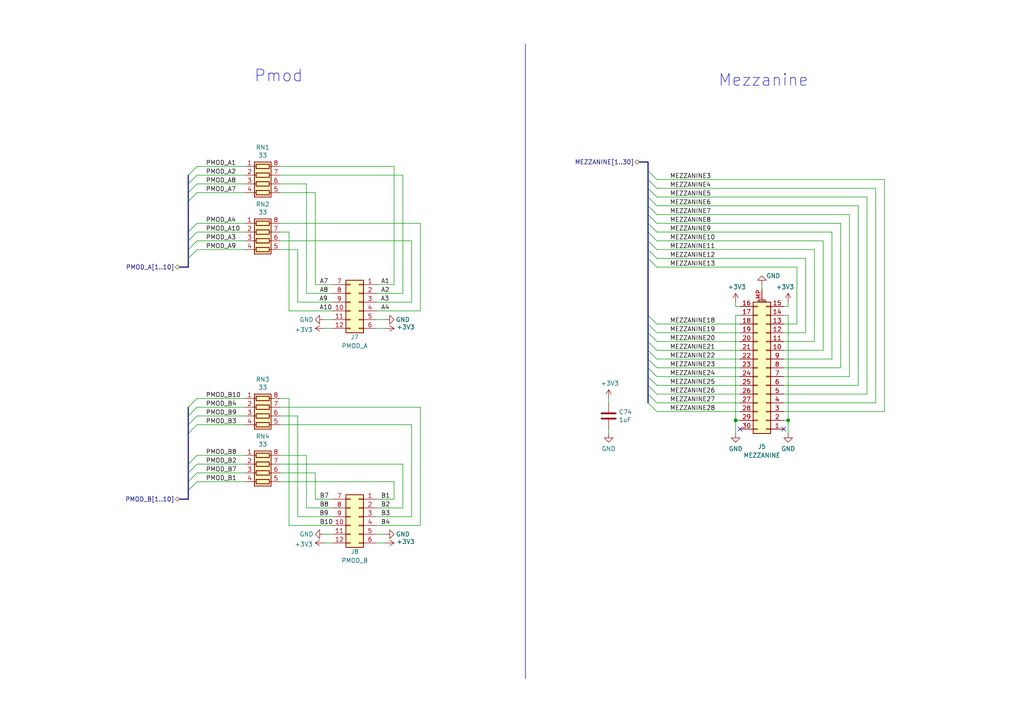
<source format=kicad_sch>
(kicad_sch (version 20230121) (generator eeschema)
  (paper "A4")
  (title_block (title "Cynthion") (date "${DATE}") (rev "${VERSION}") (company "Copyright 2019-2023 Great Scott Gadgets") (comment 1 "Licensed under the CERN-OHL-P v2"))
  (lib_symbols
    (symbol "Connector_Generic:Conn_02x06_Top_Bottom" (pin_names (offset 1.016) hide)
      (property "Reference" "J" (at 1.27 7.62 0))
      (property "Value" "Conn_02x06_Top_Bottom" (at 1.27 -10.16 0))
      (symbol "Conn_02x06_Top_Bottom_1_1"
        (rectangle (start -1.27 -7.493) (end 0 -7.747) (stroke (width 0.1524)))
        (rectangle (start -1.27 -4.953) (end 0 -5.207) (stroke (width 0.1524)))
        (rectangle (start -1.27 -2.413) (end 0 -2.667) (stroke (width 0.1524)))
        (rectangle (start -1.27 0.127) (end 0 -0.127) (stroke (width 0.1524)))
        (rectangle (start -1.27 2.667) (end 0 2.413) (stroke (width 0.1524)))
        (rectangle (start -1.27 5.207) (end 0 4.953) (stroke (width 0.1524)))
        (rectangle (start -1.27 6.35) (end 3.81 -8.89) (stroke (width 0.254)) (fill (type background)))
        (rectangle (start 3.81 -7.493) (end 2.54 -7.747) (stroke (width 0.1524)))
        (rectangle (start 3.81 -4.953) (end 2.54 -5.207) (stroke (width 0.1524)))
        (rectangle (start 3.81 -2.413) (end 2.54 -2.667) (stroke (width 0.1524)))
        (rectangle (start 3.81 0.127) (end 2.54 -0.127) (stroke (width 0.1524)))
        (rectangle (start 3.81 2.667) (end 2.54 2.413) (stroke (width 0.1524)))
        (rectangle (start 3.81 5.207) (end 2.54 4.953) (stroke (width 0.1524)))
        (pin passive line (at -5.08 5.08 0) (length 3.81) (name "Pin_1") (number "1"))
        (pin passive line (at 7.62 -2.54 180) (length 3.81) (name "Pin_10") (number "10"))
        (pin passive line (at 7.62 -5.08 180) (length 3.81) (name "Pin_11") (number "11"))
        (pin passive line (at 7.62 -7.62 180) (length 3.81) (name "Pin_12") (number "12"))
        (pin passive line (at -5.08 2.54 0) (length 3.81) (name "Pin_2") (number "2"))
        (pin passive line (at -5.08 0 0) (length 3.81) (name "Pin_3") (number "3"))
        (pin passive line (at -5.08 -2.54 0) (length 3.81) (name "Pin_4") (number "4"))
        (pin passive line (at -5.08 -5.08 0) (length 3.81) (name "Pin_5") (number "5"))
        (pin passive line (at -5.08 -7.62 0) (length 3.81) (name "Pin_6") (number "6"))
        (pin passive line (at 7.62 5.08 180) (length 3.81) (name "Pin_7") (number "7"))
        (pin passive line (at 7.62 2.54 180) (length 3.81) (name "Pin_8") (number "8"))
        (pin passive line (at 7.62 0 180) (length 3.81) (name "Pin_9") (number "9"))
      )
    )
    (symbol "Connector_Generic_MountingPin:Conn_02x15_Counter_Clockwise_MountingPin" (pin_names (offset 1.016) hide)
      (property "Reference" "J" (at 1.27 20.32 0))
      (property "Value" "Conn_02x15_Counter_Clockwise_MountingPin" (at 2.54 -20.32 0))
      (symbol "Conn_02x15_Counter_Clockwise_MountingPin_1_1"
        (rectangle (start -1.27 -17.653) (end 0 -17.907) (stroke (width 0.1524)))
        (rectangle (start -1.27 -15.113) (end 0 -15.367) (stroke (width 0.1524)))
        (rectangle (start -1.27 -12.573) (end 0 -12.827) (stroke (width 0.1524)))
        (rectangle (start -1.27 -10.033) (end 0 -10.287) (stroke (width 0.1524)))
        (rectangle (start -1.27 -7.493) (end 0 -7.747) (stroke (width 0.1524)))
        (rectangle (start -1.27 -4.953) (end 0 -5.207) (stroke (width 0.1524)))
        (rectangle (start -1.27 -2.413) (end 0 -2.667) (stroke (width 0.1524)))
        (rectangle (start -1.27 0.127) (end 0 -0.127) (stroke (width 0.1524)))
        (rectangle (start -1.27 2.667) (end 0 2.413) (stroke (width 0.1524)))
        (rectangle (start -1.27 5.207) (end 0 4.953) (stroke (width 0.1524)))
        (rectangle (start -1.27 7.747) (end 0 7.493) (stroke (width 0.1524)))
        (rectangle (start -1.27 10.287) (end 0 10.033) (stroke (width 0.1524)))
        (rectangle (start -1.27 12.827) (end 0 12.573) (stroke (width 0.1524)))
        (rectangle (start -1.27 15.367) (end 0 15.113) (stroke (width 0.1524)))
        (rectangle (start -1.27 17.907) (end 0 17.653) (stroke (width 0.1524)))
        (rectangle (start -1.27 19.05) (end 3.81 -19.05) (stroke (width 0.254)) (fill (type background)))
        (polyline (pts (xy 0.254 -19.812) (xy 2.286 -19.812)) (stroke (width 0.1524)))
        (rectangle (start 3.81 -17.653) (end 2.54 -17.907) (stroke (width 0.1524)))
        (rectangle (start 3.81 -15.113) (end 2.54 -15.367) (stroke (width 0.1524)))
        (rectangle (start 3.81 -12.573) (end 2.54 -12.827) (stroke (width 0.1524)))
        (rectangle (start 3.81 -10.033) (end 2.54 -10.287) (stroke (width 0.1524)))
        (rectangle (start 3.81 -7.493) (end 2.54 -7.747) (stroke (width 0.1524)))
        (rectangle (start 3.81 -4.953) (end 2.54 -5.207) (stroke (width 0.1524)))
        (rectangle (start 3.81 -2.413) (end 2.54 -2.667) (stroke (width 0.1524)))
        (rectangle (start 3.81 0.127) (end 2.54 -0.127) (stroke (width 0.1524)))
        (rectangle (start 3.81 2.667) (end 2.54 2.413) (stroke (width 0.1524)))
        (rectangle (start 3.81 5.207) (end 2.54 4.953) (stroke (width 0.1524)))
        (rectangle (start 3.81 7.747) (end 2.54 7.493) (stroke (width 0.1524)))
        (rectangle (start 3.81 10.287) (end 2.54 10.033) (stroke (width 0.1524)))
        (rectangle (start 3.81 12.827) (end 2.54 12.573) (stroke (width 0.1524)))
        (rectangle (start 3.81 15.367) (end 2.54 15.113) (stroke (width 0.1524)))
        (rectangle (start 3.81 17.907) (end 2.54 17.653) (stroke (width 0.1524)))
        (text "Mounting" (at 1.27 -19.431 0) (effects (font (size 0.381 0.381))))
        (pin passive line (at -5.08 17.78 0) (length 3.81) (name "Pin_1") (number "1"))
        (pin passive line (at -5.08 -5.08 0) (length 3.81) (name "Pin_10") (number "10"))
        (pin passive line (at -5.08 -7.62 0) (length 3.81) (name "Pin_11") (number "11"))
        (pin passive line (at -5.08 -10.16 0) (length 3.81) (name "Pin_12") (number "12"))
        (pin passive line (at -5.08 -12.7 0) (length 3.81) (name "Pin_13") (number "13"))
        (pin passive line (at -5.08 -15.24 0) (length 3.81) (name "Pin_14") (number "14"))
        (pin passive line (at -5.08 -17.78 0) (length 3.81) (name "Pin_15") (number "15"))
        (pin passive line (at 7.62 -17.78 180) (length 3.81) (name "Pin_16") (number "16"))
        (pin passive line (at 7.62 -15.24 180) (length 3.81) (name "Pin_17") (number "17"))
        (pin passive line (at 7.62 -12.7 180) (length 3.81) (name "Pin_18") (number "18"))
        (pin passive line (at 7.62 -10.16 180) (length 3.81) (name "Pin_19") (number "19"))
        (pin passive line (at -5.08 15.24 0) (length 3.81) (name "Pin_2") (number "2"))
        (pin passive line (at 7.62 -7.62 180) (length 3.81) (name "Pin_20") (number "20"))
        (pin passive line (at 7.62 -5.08 180) (length 3.81) (name "Pin_21") (number "21"))
        (pin passive line (at 7.62 -2.54 180) (length 3.81) (name "Pin_22") (number "22"))
        (pin passive line (at 7.62 0 180) (length 3.81) (name "Pin_23") (number "23"))
        (pin passive line (at 7.62 2.54 180) (length 3.81) (name "Pin_24") (number "24"))
        (pin passive line (at 7.62 5.08 180) (length 3.81) (name "Pin_25") (number "25"))
        (pin passive line (at 7.62 7.62 180) (length 3.81) (name "Pin_26") (number "26"))
        (pin passive line (at 7.62 10.16 180) (length 3.81) (name "Pin_27") (number "27"))
        (pin passive line (at 7.62 12.7 180) (length 3.81) (name "Pin_28") (number "28"))
        (pin passive line (at 7.62 15.24 180) (length 3.81) (name "Pin_29") (number "29"))
        (pin passive line (at -5.08 12.7 0) (length 3.81) (name "Pin_3") (number "3"))
        (pin passive line (at 7.62 17.78 180) (length 3.81) (name "Pin_30") (number "30"))
        (pin passive line (at -5.08 10.16 0) (length 3.81) (name "Pin_4") (number "4"))
        (pin passive line (at -5.08 7.62 0) (length 3.81) (name "Pin_5") (number "5"))
        (pin passive line (at -5.08 5.08 0) (length 3.81) (name "Pin_6") (number "6"))
        (pin passive line (at -5.08 2.54 0) (length 3.81) (name "Pin_7") (number "7"))
        (pin passive line (at -5.08 0 0) (length 3.81) (name "Pin_8") (number "8"))
        (pin passive line (at -5.08 -2.54 0) (length 3.81) (name "Pin_9") (number "9"))
        (pin passive line (at 1.27 -22.86 90) (length 3.048) (name "MountPin") (number "MP"))
      )
    )
    (symbol "Device:C" (pin_numbers hide) (pin_names (offset 0.254))
      (property "Reference" "C" (at 0.635 2.54 0))
      (property "Value" "C" (at 0.635 -2.54 0))
      (symbol "C_0_1"
        (polyline (pts (xy -2.032 -0.762) (xy 2.032 -0.762)) (stroke (width 0.508)))
        (polyline (pts (xy -2.032 0.762) (xy 2.032 0.762)) (stroke (width 0.508)))
      )
      (symbol "C_1_1"
        (pin passive line (at 0 3.81 270) (length 2.794) (name "~") (number "1"))
        (pin passive line (at 0 -3.81 90) (length 2.794) (name "~") (number "2"))
      )
    )
    (symbol "Device:R_Pack04" (pin_names (offset 0) hide)
      (property "Reference" "RN" (at -7.62 0 90))
      (property "Value" "R_Pack04" (at 5.08 0 90))
      (symbol "R_Pack04_0_1"
        (rectangle (start -6.35 -2.413) (end 3.81 2.413) (stroke (width 0.254)) (fill (type background)))
        (rectangle (start -5.715 1.905) (end -4.445 -1.905) (stroke (width 0.254)))
        (rectangle (start -3.175 1.905) (end -1.905 -1.905) (stroke (width 0.254)))
        (rectangle (start -0.635 1.905) (end 0.635 -1.905) (stroke (width 0.254)))
        (polyline (pts (xy -5.08 -2.54) (xy -5.08 -1.905)))
        (polyline (pts (xy -5.08 1.905) (xy -5.08 2.54)))
        (polyline (pts (xy -2.54 -2.54) (xy -2.54 -1.905)))
        (polyline (pts (xy -2.54 1.905) (xy -2.54 2.54)))
        (polyline (pts (xy 0 -2.54) (xy 0 -1.905)))
        (polyline (pts (xy 0 1.905) (xy 0 2.54)))
        (polyline (pts (xy 2.54 -2.54) (xy 2.54 -1.905)))
        (polyline (pts (xy 2.54 1.905) (xy 2.54 2.54)))
        (rectangle (start 1.905 1.905) (end 3.175 -1.905) (stroke (width 0.254)))
      )
      (symbol "R_Pack04_1_1"
        (pin passive line (at -5.08 -5.08 90) (length 2.54) (name "R1.1") (number "1"))
        (pin passive line (at -2.54 -5.08 90) (length 2.54) (name "R2.1") (number "2"))
        (pin passive line (at 0 -5.08 90) (length 2.54) (name "R3.1") (number "3"))
        (pin passive line (at 2.54 -5.08 90) (length 2.54) (name "R4.1") (number "4"))
        (pin passive line (at 2.54 5.08 270) (length 2.54) (name "R4.2") (number "5"))
        (pin passive line (at 0 5.08 270) (length 2.54) (name "R3.2") (number "6"))
        (pin passive line (at -2.54 5.08 270) (length 2.54) (name "R2.2") (number "7"))
        (pin passive line (at -5.08 5.08 270) (length 2.54) (name "R1.2") (number "8"))
      )
    )
    (symbol "power:+3V3" (power) (pin_names (offset 0))
      (property "Value" "+3V3" (at 0 3.556 0))
      (symbol "+3V3_0_1"
        (polyline (pts (xy -0.762 1.27) (xy 0 2.54)))
        (polyline (pts (xy 0 0) (xy 0 2.54)))
        (polyline (pts (xy 0 2.54) (xy 0.762 1.27)))
      )
      (symbol "+3V3_1_1"
        (pin power_in line (at 0 0 90) (length 0) hide (name "+3V3") (number "1"))
      )
    )
    (symbol "power:GND" (power) (pin_names (offset 0))
      (property "Value" "GND" (at 0 -3.81 0))
      (symbol "GND_0_1"
        (polyline (pts (xy 0 0) (xy 0 -1.27) (xy 1.27 -1.27) (xy 0 -2.54) (xy -1.27 -1.27) (xy 0 -1.27)))
      )
      (symbol "GND_1_1"
        (pin power_in line (at 0 0 270) (length 0) hide (name "GND") (number "1"))
      )
    )
  )
  (junction (at 228.6 121.92))
  (junction (at 213.36 121.92))
  (no_connect (at 227.33 124.46))
  (no_connect (at 214.63 124.46))
  (bus_entry (at 187.96 72.39) (size 2.54 2.54))
  (bus_entry (at 187.96 57.15) (size 2.54 2.54))
  (bus_entry (at 54.61 67.31) (size 2.54 -2.54))
  (bus_entry (at 187.96 67.31) (size 2.54 2.54))
  (bus_entry (at 190.5 116.84) (size -2.54 -2.54))
  (bus_entry (at 54.61 50.8) (size 2.54 -2.54))
  (bus_entry (at 187.96 54.61) (size 2.54 2.54))
  (bus_entry (at 54.61 118.11) (size 2.54 -2.54))
  (bus_entry (at 190.5 114.3) (size -2.54 -2.54))
  (bus_entry (at 190.5 93.98) (size -2.54 -2.54))
  (bus_entry (at 187.96 52.07) (size 2.54 2.54))
  (bus_entry (at 187.96 62.23) (size 2.54 2.54))
  (bus_entry (at 54.61 53.34) (size 2.54 -2.54))
  (bus_entry (at 54.61 74.93) (size 2.54 -2.54))
  (bus_entry (at 54.61 137.16) (size 2.54 -2.54))
  (bus_entry (at 54.61 123.19) (size 2.54 -2.54))
  (bus_entry (at 54.61 69.85) (size 2.54 -2.54))
  (bus_entry (at 190.5 96.52) (size -2.54 -2.54))
  (bus_entry (at 54.61 125.73) (size 2.54 -2.54))
  (bus_entry (at 54.61 139.7) (size 2.54 -2.54))
  (bus_entry (at 190.5 99.06) (size -2.54 -2.54))
  (bus_entry (at 190.5 119.38) (size -2.54 -2.54))
  (bus_entry (at 54.61 55.88) (size 2.54 -2.54))
  (bus_entry (at 187.96 64.77) (size 2.54 2.54))
  (bus_entry (at 54.61 72.39) (size 2.54 -2.54))
  (bus_entry (at 190.5 111.76) (size -2.54 -2.54))
  (bus_entry (at 187.96 49.53) (size 2.54 2.54))
  (bus_entry (at 190.5 104.14) (size -2.54 -2.54))
  (bus_entry (at 187.96 69.85) (size 2.54 2.54))
  (bus_entry (at 54.61 142.24) (size 2.54 -2.54))
  (bus_entry (at 187.96 74.93) (size 2.54 2.54))
  (bus_entry (at 54.61 120.65) (size 2.54 -2.54))
  (bus_entry (at 190.5 109.22) (size -2.54 -2.54))
  (bus_entry (at 54.61 134.62) (size 2.54 -2.54))
  (bus_entry (at 190.5 101.6) (size -2.54 -2.54))
  (bus_entry (at 190.5 106.68) (size -2.54 -2.54))
  (bus_entry (at 187.96 59.69) (size 2.54 2.54))
  (bus_entry (at 54.61 58.42) (size 2.54 -2.54))
  (wire (pts (xy 109.22 157.48) (xy 111.76 157.48)))
  (bus (pts (xy 187.96 74.93) (xy 187.96 91.44)))
  (wire (pts (xy 83.82 115.57) (xy 83.82 152.4)))
  (wire (pts (xy 256.54 52.07) (xy 256.54 119.38)))
  (wire (pts (xy 81.28 55.88) (xy 91.44 55.88)))
  (bus (pts (xy 54.61 123.19) (xy 54.61 125.73)))
  (wire (pts (xy 121.92 152.4) (xy 109.22 152.4)))
  (wire (pts (xy 220.98 83.82) (xy 220.98 82.55)))
  (wire (pts (xy 228.6 88.9) (xy 228.6 87.63)))
  (wire (pts (xy 96.52 85.09) (xy 88.9 85.09)))
  (bus (pts (xy 54.61 74.93) (xy 54.61 72.39)))
  (wire (pts (xy 109.22 149.86) (xy 119.38 149.86)))
  (wire (pts (xy 233.68 74.93) (xy 233.68 96.52)))
  (wire (pts (xy 88.9 132.08) (xy 81.28 132.08)))
  (wire (pts (xy 57.15 115.57) (xy 71.12 115.57)))
  (wire (pts (xy 96.52 95.25) (xy 93.98 95.25)))
  (wire (pts (xy 96.52 144.78) (xy 91.44 144.78)))
  (wire (pts (xy 190.5 104.14) (xy 214.63 104.14)))
  (bus (pts (xy 187.96 52.07) (xy 187.96 54.61)))
  (wire (pts (xy 71.12 137.16) (xy 57.15 137.16)))
  (bus (pts (xy 187.96 109.22) (xy 187.96 111.76)))
  (wire (pts (xy 57.15 69.85) (xy 71.12 69.85)))
  (wire (pts (xy 248.92 59.69) (xy 248.92 111.76)))
  (wire (pts (xy 119.38 69.85) (xy 119.38 87.63)))
  (bus (pts (xy 54.61 58.42) (xy 54.61 55.88)))
  (wire (pts (xy 238.76 69.85) (xy 238.76 101.6)))
  (wire (pts (xy 119.38 87.63) (xy 109.22 87.63)))
  (wire (pts (xy 213.36 91.44) (xy 213.36 121.92)))
  (wire (pts (xy 190.5 109.22) (xy 214.63 109.22)))
  (bus (pts (xy 187.96 106.68) (xy 187.96 109.22)))
  (wire (pts (xy 248.92 111.76) (xy 227.33 111.76)))
  (wire (pts (xy 57.15 48.26) (xy 71.12 48.26)))
  (wire (pts (xy 119.38 123.19) (xy 119.38 149.86)))
  (wire (pts (xy 190.5 77.47) (xy 231.14 77.47)))
  (bus (pts (xy 187.96 67.31) (xy 187.96 69.85)))
  (wire (pts (xy 241.3 67.31) (xy 241.3 104.14)))
  (bus (pts (xy 54.61 125.73) (xy 54.61 134.62)))
  (wire (pts (xy 71.12 118.11) (xy 57.15 118.11)))
  (wire (pts (xy 109.22 92.71) (xy 111.76 92.71)))
  (wire (pts (xy 83.82 67.31) (xy 83.82 90.17)))
  (wire (pts (xy 111.76 95.25) (xy 109.22 95.25)))
  (wire (pts (xy 251.46 114.3) (xy 227.33 114.3)))
  (wire (pts (xy 57.15 139.7) (xy 71.12 139.7)))
  (wire (pts (xy 121.92 90.17) (xy 121.92 64.77)))
  (wire (pts (xy 91.44 144.78) (xy 91.44 137.16)))
  (wire (pts (xy 121.92 118.11) (xy 121.92 152.4)))
  (wire (pts (xy 109.22 90.17) (xy 121.92 90.17)))
  (wire (pts (xy 91.44 55.88) (xy 91.44 82.55)))
  (wire (pts (xy 214.63 121.92) (xy 213.36 121.92)))
  (bus (pts (xy 54.61 120.65) (xy 54.61 123.19)))
  (wire (pts (xy 190.5 74.93) (xy 233.68 74.93)))
  (bus (pts (xy 187.96 104.14) (xy 187.96 106.68)))
  (wire (pts (xy 71.12 123.19) (xy 57.15 123.19)))
  (wire (pts (xy 81.28 50.8) (xy 116.84 50.8)))
  (wire (pts (xy 243.84 64.77) (xy 243.84 106.68)))
  (wire (pts (xy 71.12 132.08) (xy 57.15 132.08)))
  (wire (pts (xy 213.36 88.9) (xy 213.36 87.63)))
  (wire (pts (xy 83.82 67.31) (xy 81.28 67.31)))
  (wire (pts (xy 241.3 104.14) (xy 227.33 104.14)))
  (wire (pts (xy 114.3 48.26) (xy 81.28 48.26)))
  (wire (pts (xy 81.28 134.62) (xy 116.84 134.62)))
  (wire (pts (xy 57.15 120.65) (xy 71.12 120.65)))
  (wire (pts (xy 57.15 50.8) (xy 71.12 50.8)))
  (wire (pts (xy 231.14 77.47) (xy 231.14 93.98)))
  (wire (pts (xy 190.5 62.23) (xy 246.38 62.23)))
  (bus (pts (xy 187.96 54.61) (xy 187.96 57.15)))
  (wire (pts (xy 227.33 109.22) (xy 246.38 109.22)))
  (wire (pts (xy 231.14 93.98) (xy 227.33 93.98)))
  (wire (pts (xy 214.63 88.9) (xy 213.36 88.9)))
  (wire (pts (xy 190.5 52.07) (xy 256.54 52.07)))
  (wire (pts (xy 176.53 115.57) (xy 176.53 116.84)))
  (wire (pts (xy 228.6 121.92) (xy 228.6 125.73)))
  (wire (pts (xy 190.5 111.76) (xy 214.63 111.76)))
  (wire (pts (xy 190.5 116.84) (xy 214.63 116.84)))
  (wire (pts (xy 243.84 106.68) (xy 227.33 106.68)))
  (wire (pts (xy 81.28 123.19) (xy 119.38 123.19)))
  (wire (pts (xy 109.22 82.55) (xy 114.3 82.55)))
  (wire (pts (xy 88.9 85.09) (xy 88.9 53.34)))
  (wire (pts (xy 214.63 91.44) (xy 213.36 91.44)))
  (bus (pts (xy 187.96 69.85) (xy 187.96 72.39)))
  (wire (pts (xy 236.22 72.39) (xy 236.22 99.06)))
  (bus (pts (xy 187.96 49.53) (xy 187.96 52.07)))
  (wire (pts (xy 93.98 154.94) (xy 96.52 154.94)))
  (wire (pts (xy 228.6 91.44) (xy 228.6 121.92)))
  (bus (pts (xy 54.61 67.31) (xy 54.61 58.42)))
  (wire (pts (xy 81.28 115.57) (xy 83.82 115.57)))
  (wire (pts (xy 57.15 67.31) (xy 71.12 67.31)))
  (wire (pts (xy 93.98 157.48) (xy 96.52 157.48)))
  (wire (pts (xy 81.28 69.85) (xy 119.38 69.85)))
  (wire (pts (xy 213.36 121.92) (xy 213.36 125.73)))
  (wire (pts (xy 96.52 149.86) (xy 86.36 149.86)))
  (wire (pts (xy 86.36 149.86) (xy 86.36 120.65)))
  (wire (pts (xy 190.5 57.15) (xy 251.46 57.15)))
  (wire (pts (xy 91.44 137.16) (xy 81.28 137.16)))
  (wire (pts (xy 86.36 87.63) (xy 96.52 87.63)))
  (wire (pts (xy 57.15 53.34) (xy 71.12 53.34)))
  (wire (pts (xy 190.5 106.68) (xy 214.63 106.68)))
  (wire (pts (xy 190.5 59.69) (xy 248.92 59.69)))
  (wire (pts (xy 190.5 119.38) (xy 214.63 119.38)))
  (wire (pts (xy 81.28 139.7) (xy 114.3 139.7)))
  (bus (pts (xy 52.07 77.47) (xy 54.61 77.47)))
  (wire (pts (xy 236.22 99.06) (xy 227.33 99.06)))
  (bus (pts (xy 187.96 111.76) (xy 187.96 114.3)))
  (bus (pts (xy 187.96 64.77) (xy 187.96 67.31)))
  (wire (pts (xy 121.92 118.11) (xy 81.28 118.11)))
  (bus (pts (xy 187.96 101.6) (xy 187.96 104.14)))
  (wire (pts (xy 109.22 147.32) (xy 116.84 147.32)))
  (bus (pts (xy 187.96 57.15) (xy 187.96 59.69)))
  (wire (pts (xy 116.84 134.62) (xy 116.84 147.32)))
  (wire (pts (xy 214.63 96.52) (xy 190.5 96.52)))
  (bus (pts (xy 54.61 69.85) (xy 54.61 67.31)))
  (bus (pts (xy 54.61 55.88) (xy 54.61 53.34)))
  (wire (pts (xy 246.38 109.22) (xy 246.38 62.23)))
  (wire (pts (xy 93.98 92.71) (xy 96.52 92.71)))
  (wire (pts (xy 238.76 101.6) (xy 227.33 101.6)))
  (bus (pts (xy 54.61 118.11) (xy 54.61 120.65)))
  (wire (pts (xy 227.33 121.92) (xy 228.6 121.92)))
  (wire (pts (xy 57.15 134.62) (xy 71.12 134.62)))
  (wire (pts (xy 116.84 85.09) (xy 109.22 85.09)))
  (wire (pts (xy 190.5 114.3) (xy 214.63 114.3)))
  (bus (pts (xy 54.61 134.62) (xy 54.61 137.16)))
  (wire (pts (xy 88.9 53.34) (xy 81.28 53.34)))
  (wire (pts (xy 91.44 82.55) (xy 96.52 82.55)))
  (wire (pts (xy 83.82 152.4) (xy 96.52 152.4)))
  (bus (pts (xy 54.61 137.16) (xy 54.61 139.7)))
  (bus (pts (xy 54.61 77.47) (xy 54.61 74.93)))
  (bus (pts (xy 187.96 59.69) (xy 187.96 62.23)))
  (wire (pts (xy 109.22 144.78) (xy 114.3 144.78)))
  (wire (pts (xy 86.36 72.39) (xy 86.36 87.63)))
  (wire (pts (xy 190.5 64.77) (xy 243.84 64.77)))
  (wire (pts (xy 57.15 55.88) (xy 71.12 55.88)))
  (wire (pts (xy 116.84 50.8) (xy 116.84 85.09)))
  (bus (pts (xy 52.07 144.78) (xy 54.61 144.78)))
  (wire (pts (xy 214.63 99.06) (xy 190.5 99.06)))
  (bus (pts (xy 187.96 114.3) (xy 187.96 116.84)))
  (wire (pts (xy 227.33 88.9) (xy 228.6 88.9)))
  (bus (pts (xy 187.96 72.39) (xy 187.96 74.93)))
  (bus (pts (xy 187.96 99.06) (xy 187.96 101.6)))
  (wire (pts (xy 190.5 101.6) (xy 214.63 101.6)))
  (wire (pts (xy 57.15 64.77) (xy 71.12 64.77)))
  (bus (pts (xy 54.61 139.7) (xy 54.61 142.24)))
  (wire (pts (xy 256.54 119.38) (xy 227.33 119.38)))
  (wire (pts (xy 254 54.61) (xy 254 116.84)))
  (bus (pts (xy 187.96 96.52) (xy 187.96 99.06)))
  (wire (pts (xy 176.53 124.46) (xy 176.53 125.73)))
  (wire (pts (xy 86.36 72.39) (xy 81.28 72.39)))
  (wire (pts (xy 233.68 96.52) (xy 227.33 96.52)))
  (bus (pts (xy 185.42 46.99) (xy 187.96 46.99)))
  (bus (pts (xy 187.96 91.44) (xy 187.96 93.98)))
  (bus (pts (xy 54.61 53.34) (xy 54.61 50.8)))
  (wire (pts (xy 190.5 69.85) (xy 238.76 69.85)))
  (wire (pts (xy 254 116.84) (xy 227.33 116.84)))
  (bus (pts (xy 187.96 93.98) (xy 187.96 96.52)))
  (wire (pts (xy 86.36 120.65) (xy 81.28 120.65)))
  (bus (pts (xy 54.61 142.24) (xy 54.61 144.78)))
  (bus (pts (xy 187.96 46.99) (xy 187.96 49.53)))
  (wire (pts (xy 251.46 57.15) (xy 251.46 114.3)))
  (wire (pts (xy 114.3 139.7) (xy 114.3 144.78)))
  (wire (pts (xy 109.22 154.94) (xy 111.76 154.94)))
  (polyline (pts (xy 152.4 12.7) (xy 152.4 196.85)))
  (wire (pts (xy 227.33 91.44) (xy 228.6 91.44)))
  (wire (pts (xy 57.15 72.39) (xy 71.12 72.39)))
  (bus (pts (xy 187.96 62.23) (xy 187.96 64.77)))
  (wire (pts (xy 190.5 93.98) (xy 214.63 93.98)))
  (wire (pts (xy 114.3 82.55) (xy 114.3 48.26)))
  (wire (pts (xy 190.5 54.61) (xy 254 54.61)))
  (wire (pts (xy 121.92 64.77) (xy 81.28 64.77)))
  (wire (pts (xy 88.9 147.32) (xy 88.9 132.08)))
  (wire (pts (xy 190.5 72.39) (xy 236.22 72.39)))
  (wire (pts (xy 190.5 67.31) (xy 241.3 67.31)))
  (bus (pts (xy 54.61 72.39) (xy 54.61 69.85)))
  (wire (pts (xy 96.52 147.32) (xy 88.9 147.32)))
  (wire (pts (xy 96.52 90.17) (xy 83.82 90.17)))
  (text "Pmod" (at 73.66 24.13 0) (effects (font (size 3.4036 3.4036)) (justify left bottom)))
  (text "Mezzanine" (at 208.28 25.4 0) (effects (font (size 3.4036 3.4036)) (justify left bottom)))
  (label "MEZZANINE23" (at 194.31 106.68 0))
  (label "B9" (at 92.6319 149.86 0))
  (label "MEZZANINE8" (at 194.31 64.77 0))
  (label "MEZZANINE28" (at 194.31 119.38 0))
  (label "PMOD_A7" (at 59.69 55.88 0))
  (label "PMOD_B4" (at 59.69 118.11 0))
  (label "PMOD_B8" (at 59.69 132.08 0))
  (label "A1" (at 110.49 82.55 0))
  (label "A2" (at 110.49 85.09 0))
  (label "PMOD_A3" (at 59.69 69.85 0))
  (label "MEZZANINE10" (at 194.31 69.85 0))
  (label "PMOD_B1" (at 59.69 139.7 0))
  (label "A8" (at 92.71 85.09 0))
  (label "PMOD_A1" (at 59.69 48.26 0))
  (label "MEZZANINE4" (at 194.31 54.61 0))
  (label "PMOD_B9" (at 59.69 120.65 0))
  (label "PMOD_B2" (at 59.69 134.62 0))
  (label "MEZZANINE26" (at 194.31 114.3 0))
  (label "PMOD_B7" (at 59.69 137.16 0))
  (label "B8" (at 92.71 147.32 0))
  (label "PMOD_B10" (at 59.69 115.57 0))
  (label "B7" (at 92.71 144.78 0))
  (label "B4" (at 110.49 152.4 0))
  (label "PMOD_A2" (at 59.69 50.8 0))
  (label "MEZZANINE11" (at 194.31 72.39 0))
  (label "MEZZANINE9" (at 194.31 67.31 0))
  (label "A9" (at 92.5802 87.63 0))
  (label "PMOD_B3" (at 59.69 123.19 0))
  (label "PMOD_A9" (at 59.69 72.39 0))
  (label "MEZZANINE13" (at 194.31 77.47 0))
  (label "PMOD_A8" (at 59.69 53.34 0))
  (label "B10" (at 92.71 152.4 0))
  (label "B1" (at 110.49 144.78 0))
  (label "MEZZANINE7" (at 194.31 62.23 0))
  (label "MEZZANINE21" (at 194.31 101.6 0))
  (label "MEZZANINE22" (at 194.31 104.14 0))
  (label "MEZZANINE5" (at 194.31 57.15 0))
  (label "MEZZANINE27" (at 194.31 116.84 0))
  (label "MEZZANINE12" (at 194.31 74.93 0))
  (label "MEZZANINE25" (at 194.31 111.76 0))
  (label "A10" (at 92.6242 90.17 0))
  (label "MEZZANINE24" (at 194.31 109.22 0))
  (label "A7" (at 92.71 82.55 0))
  (label "B3" (at 110.49 149.86 0))
  (label "A3" (at 110.3963 87.63 0))
  (label "MEZZANINE19" (at 194.31 96.52 0))
  (label "B2" (at 110.49 147.32 0))
  (label "PMOD_A4" (at 59.69 64.77 0))
  (label "MEZZANINE3" (at 194.31 52.07 0))
  (label "MEZZANINE6" (at 194.31 59.69 0))
  (label "PMOD_A10" (at 59.69 67.31 0))
  (label "A4" (at 110.49 90.17 0))
  (label "MEZZANINE20" (at 194.31 99.06 0))
  (label "MEZZANINE18" (at 194.31 93.98 0))
  (hierarchical_label "PMOD_B[1..10]" (shape bidirectional) (at 52.07 144.78 180))
  (hierarchical_label "PMOD_A[1..10]" (shape bidirectional) (at 52.07 77.47 180))
  (hierarchical_label "MEZZANINE[1..30]" (shape bidirectional) (at 185.42 46.99 180))
  (symbol (lib_id "power:GND") (at 93.98 92.71 270) (mirror x) (unit 1)
    (property "Reference" "#PWR0111" (effects hide))
    (property "Value" "GND" (at 88.9 92.71 90))
  )
  (symbol (lib_id "power:+3V3") (at 93.98 95.25 90) (mirror x) (unit 1)
    (property "Reference" "#PWR0110" (effects hide))
    (property "Value" "+3V3" (at 90.7288 95.631 90) (effects (justify left)))
  )
  (symbol (lib_id "power:+3V3") (at 176.53 115.57 0) (unit 1)
    (property "Reference" "#PWR0171" (effects hide))
    (property "Value" "+3V3" (at 176.8856 111.1758 0))
  )
  (symbol (lib_id "power:+3V3") (at 111.76 157.48 270) (mirror x) (unit 1)
    (property "Reference" "#PWR0134" (effects hide))
    (property "Value" "+3V3" (at 115.0112 157.099 90) (effects (justify left)))
  )
  (symbol (lib_id "power:+3V3") (at 228.6 87.63 0) (unit 1)
    (property "Reference" "#PWR0170" (effects hide))
    (property "Value" "+3V3" (at 227.6856 83.2358 0))
  )
  (symbol (lib_id "Connector_Generic_MountingPin:Conn_02x15_Counter_Clockwise_MountingPin") (at 222.25 106.68 180) (unit 1)
    (property "Reference" "J5" (at 220.98 129.54 0))
    (property "Value" "MEZZANINE" (at 220.98 132.0769 0))
    (property "Footprint" "cynthion:Amphenol_10132798-03" (effects hide))
    (property "Datasheet" "https://cdn.amphenol-cs.com/media/wysiwyg/files/drawing/10132798.pdf" (effects hide))
    (property "Description" "CONN RCPT 30POS SMD GOLD" (effects hide))
    (property "Manufacturer" "Amphenol" (effects hide))
    (property "Part Number" "10132798-031100LF" (effects hide))
  )
  (symbol (lib_id "power:GND") (at 93.98 154.94 270) (mirror x) (unit 1)
    (property "Reference" "#PWR0123" (effects hide))
    (property "Value" "GND" (at 88.9 154.94 90))
  )
  (symbol (lib_id "power:GND") (at 228.6 125.73 0) (unit 1)
    (property "Reference" "#PWR0246" (effects hide))
    (property "Value" "GND" (at 228.6 130.1734 0))
  )
  (symbol (lib_id "power:GND") (at 111.76 92.71 90) (mirror x) (unit 1)
    (property "Reference" "#PWR0121" (effects hide))
    (property "Value" "GND" (at 116.84 92.71 90))
  )
  (symbol (lib_id "power:+3V3") (at 93.98 157.48 90) (mirror x) (unit 1)
    (property "Reference" "#PWR0132" (effects hide))
    (property "Value" "+3V3" (at 90.7288 157.861 90) (effects (justify left)))
  )
  (symbol (lib_id "power:GND") (at 213.36 125.73 0) (unit 1)
    (property "Reference" "#PWR0173" (effects hide))
    (property "Value" "GND" (at 213.36 130.1734 0))
  )
  (symbol (lib_id "power:+3V3") (at 111.76 95.25 270) (mirror x) (unit 1)
    (property "Reference" "#PWR0120" (effects hide))
    (property "Value" "+3V3" (at 115.0112 94.869 90) (effects (justify left)))
  )
  (symbol (lib_id "Device:R_Pack04") (at 76.2 53.34 270) (unit 1)
    (property "Reference" "RN1" (at 76.2 42.7482 90))
    (property "Value" "33" (at 76.2 45.0596 90))
    (property "Footprint" "Resistor_SMD:R_Array_Convex_4x0402" (effects hide))
    (property "Description" "RES ARRAY 4 RES 33 OHM 0804" (effects hide))
    (property "Manufacturer" "Yageo" (effects hide))
    (property "Part Number" "YC124-JR-0733RL" (effects hide))
    (property "Substitution" "any equivalent" (effects hide))
  )
  (symbol (lib_id "Device:C") (at 176.53 120.65 0) (unit 1)
    (property "Reference" "C74" (at 179.451 119.507 0) (effects (justify left)))
    (property "Value" "1uF" (at 179.451 121.793 0) (effects (justify left)))
    (property "Footprint" "Capacitor_SMD:C_0402_1005Metric" (effects hide))
    (property "Part Number" "CL05A105MQ5NNNC" (effects hide))
    (property "Substitution" "CL05A105KQ5NNNC, CL05A105KP5NNNC, CL05A105KO5NNNC" (effects hide))
    (property "Description" "CAP CER 1UF 6.3V X5R 0402 20%" (effects hide))
    (property "Manufacturer" "Samsung" (effects hide))
  )
  (symbol (lib_id "power:GND") (at 111.76 154.94 90) (mirror x) (unit 1)
    (property "Reference" "#PWR0130" (effects hide))
    (property "Value" "GND" (at 116.84 154.94 90))
  )
  (symbol (lib_id "Connector_Generic:Conn_02x06_Top_Bottom") (at 104.14 87.63 0) (mirror y) (unit 1)
    (property "Reference" "J7" (at 102.87 97.79 0))
    (property "Value" "PMOD_A" (at 102.87 100.33 0))
    (property "Footprint" "cynthion:PinSocket_2x06_P2.54mm_PMOD" (effects hide))
    (property "Part Number" "DW254W-22-12-85" (effects hide))
    (property "Manufacturer" "DEALON" (effects hide))
    (property "Description" "CONN HDR 12POS 0.1 GOLD PCB R/A" (effects hide))
    (property "Note" "populate only when assembling for installation in enclosure" (effects hide))
    (property "Substitution" "HCTL PM254-2-06-W-8.5, Sullins PPPC062LJBN-RC" (effects hide))
  )
  (symbol (lib_id "Device:R_Pack04") (at 76.2 120.65 270) (unit 1)
    (property "Reference" "RN3" (at 76.2 110.0582 90))
    (property "Value" "33" (at 76.2 112.3696 90))
    (property "Footprint" "Resistor_SMD:R_Array_Convex_4x0402" (effects hide))
    (property "Description" "RES ARRAY 4 RES 33 OHM 0804" (effects hide))
    (property "Manufacturer" "Yageo" (effects hide))
    (property "Part Number" "YC124-JR-0733RL" (effects hide))
    (property "Substitution" "any equivalent" (effects hide))
  )
  (symbol (lib_id "power:+3V3") (at 213.36 87.63 0) (unit 1)
    (property "Reference" "#PWR076" (effects hide))
    (property "Value" "+3V3" (at 213.7156 83.2358 0))
  )
  (symbol (lib_id "power:GND") (at 220.98 82.55 180) (unit 1)
    (property "Reference" "#PWR074" (effects hide))
    (property "Value" "GND" (at 222.25 80.01 0) (effects (justify right)))
  )
  (symbol (lib_id "power:GND") (at 176.53 125.73 0) (mirror y) (unit 1)
    (property "Reference" "#PWR0172" (effects hide))
    (property "Value" "GND" (at 176.53 130.1734 0))
  )
  (symbol (lib_id "Device:R_Pack04") (at 76.2 137.16 270) (unit 1)
    (property "Reference" "RN4" (at 76.2 126.5682 90))
    (property "Value" "33" (at 76.2 128.8796 90))
    (property "Footprint" "Resistor_SMD:R_Array_Convex_4x0402" (effects hide))
    (property "Description" "RES ARRAY 4 RES 33 OHM 0804" (effects hide))
    (property "Manufacturer" "Yageo" (effects hide))
    (property "Part Number" "YC124-JR-0733RL" (effects hide))
    (property "Substitution" "any equivalent" (effects hide))
  )
  (symbol (lib_id "Device:R_Pack04") (at 76.2 69.85 270) (unit 1)
    (property "Reference" "RN2" (at 76.2 59.2582 90))
    (property "Value" "33" (at 76.2 61.5696 90))
    (property "Footprint" "Resistor_SMD:R_Array_Convex_4x0402" (effects hide))
    (property "Description" "RES ARRAY 4 RES 33 OHM 0804" (effects hide))
    (property "Manufacturer" "Yageo" (effects hide))
    (property "Part Number" "YC124-JR-0733RL" (effects hide))
    (property "Substitution" "any equivalent" (effects hide))
  )
  (symbol (lib_id "Connector_Generic:Conn_02x06_Top_Bottom") (at 104.14 149.86 0) (mirror y) (unit 1)
    (property "Reference" "J8" (at 102.87 160.02 0))
    (property "Value" "PMOD_B" (at 102.87 162.56 0))
    (property "Footprint" "cynthion:PinSocket_2x06_P2.54mm_PMOD" (effects hide))
    (property "Part Number" "DW254W-22-12-85" (effects hide))
    (property "Manufacturer" "DEALON" (effects hide))
    (property "Description" "CONN HDR 12POS 0.1 GOLD PCB R/A" (effects hide))
    (property "Note" "populate only when assembling for installation in enclosure" (effects hide))
    (property "Substitution" "HCTL PM254-2-06-W-8.5, Sullins PPPC062LJBN-RC" (effects hide))
  )
)
</source>
